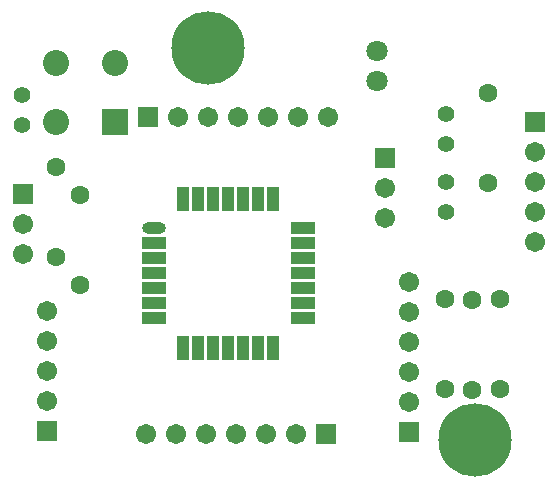
<source format=gts>
%FSAX43Y43*%
%MOMM*%
G71*
G01*
G75*
G04 Layer_Color=8388736*
%ADD10O,2.000X1.000*%
%ADD11R,2.000X1.000*%
%ADD12R,1.000X2.000*%
%ADD13C,0.700*%
%ADD14C,0.254*%
%ADD15C,0.300*%
%ADD16R,2.000X2.000*%
%ADD17C,2.000*%
%ADD18C,1.500*%
%ADD19R,1.500X1.500*%
%ADD20R,1.500X1.500*%
%ADD21C,1.200*%
%ADD22C,1.400*%
%ADD23C,1.600*%
%ADD24C,6.000*%
%ADD25C,0.200*%
%ADD26C,0.127*%
%ADD27R,2.203X2.203*%
%ADD28C,2.203*%
%ADD29C,1.703*%
%ADD30R,1.703X1.703*%
%ADD31R,1.703X1.703*%
%ADD32C,1.403*%
%ADD33C,1.603*%
%ADD34C,1.803*%
%ADD35C,6.203*%
D10*
X0047244Y0058801D02*
D03*
D11*
Y0057531D02*
D03*
Y0056261D02*
D03*
Y0054991D02*
D03*
Y0053721D02*
D03*
Y0052451D02*
D03*
Y0051181D02*
D03*
X0059864D02*
D03*
Y0052451D02*
D03*
Y0053721D02*
D03*
Y0054991D02*
D03*
Y0056261D02*
D03*
Y0057531D02*
D03*
Y0058801D02*
D03*
D12*
X0049744Y0048681D02*
D03*
X0051014D02*
D03*
X0052284D02*
D03*
X0053554D02*
D03*
X0054824D02*
D03*
X0056094D02*
D03*
X0057364D02*
D03*
Y0061301D02*
D03*
X0056094D02*
D03*
X0054824D02*
D03*
X0053554D02*
D03*
X0052284D02*
D03*
X0051014D02*
D03*
X0049744D02*
D03*
D27*
X0043989Y0067771D02*
D03*
D28*
Y0072771D02*
D03*
X0038989Y0067771D02*
D03*
Y0072771D02*
D03*
D29*
X0061976Y0068199D02*
D03*
X0059436D02*
D03*
X0056896D02*
D03*
X0054356D02*
D03*
X0049276D02*
D03*
X0051816D02*
D03*
X0066802Y0062230D02*
D03*
Y0059690D02*
D03*
X0036195Y0059182D02*
D03*
Y0056642D02*
D03*
X0079502Y0057658D02*
D03*
Y0060198D02*
D03*
Y0062738D02*
D03*
Y0065278D02*
D03*
X0068834Y0044069D02*
D03*
Y0046609D02*
D03*
Y0049149D02*
D03*
Y0051689D02*
D03*
Y0054229D02*
D03*
X0046609Y0041402D02*
D03*
X0049149D02*
D03*
X0051689D02*
D03*
X0054229D02*
D03*
X0059309D02*
D03*
X0056769D02*
D03*
X0038227Y0051816D02*
D03*
Y0049276D02*
D03*
Y0046736D02*
D03*
Y0044196D02*
D03*
D30*
X0046736Y0068199D02*
D03*
X0061849Y0041402D02*
D03*
D31*
X0066802Y0064770D02*
D03*
X0036195Y0061722D02*
D03*
X0079502Y0067818D02*
D03*
X0068834Y0041529D02*
D03*
X0038227Y0041656D02*
D03*
D32*
X0072009Y0065913D02*
D03*
Y0068453D02*
D03*
X0036068Y0070104D02*
D03*
Y0067564D02*
D03*
X0072009Y0062738D02*
D03*
Y0060198D02*
D03*
D33*
X0041021Y0061595D02*
D03*
Y0053975D02*
D03*
X0038989Y0064008D02*
D03*
Y0056388D02*
D03*
X0075565Y0062611D02*
D03*
Y0070231D02*
D03*
X0076581Y0045212D02*
D03*
Y0052832D02*
D03*
X0074168Y0052705D02*
D03*
Y0045085D02*
D03*
X0071882Y0045212D02*
D03*
Y0052832D02*
D03*
D34*
X0066167Y0073787D02*
D03*
Y0071247D02*
D03*
D35*
X0074422Y0040894D02*
D03*
X0051816Y0074041D02*
D03*
M02*

</source>
